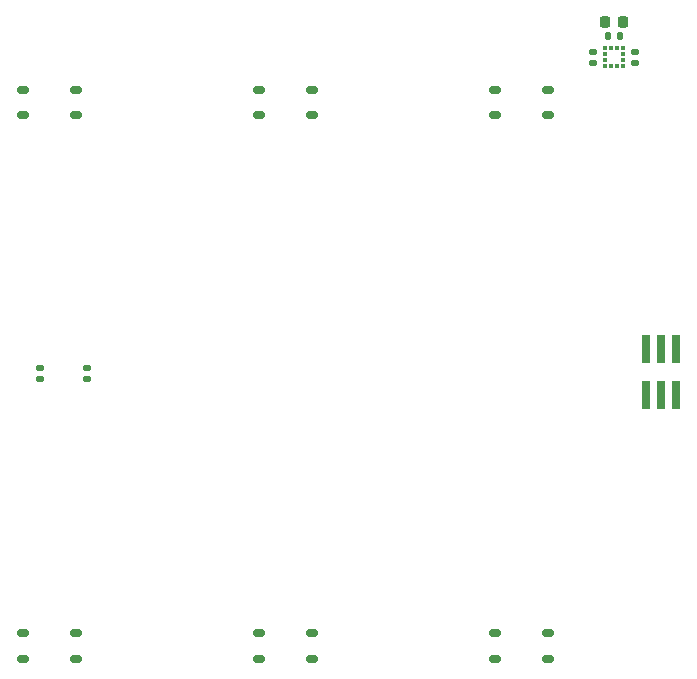
<source format=gbr>
%TF.GenerationSoftware,KiCad,Pcbnew,7.0.2*%
%TF.CreationDate,2023-05-28T21:21:49-04:00*%
%TF.ProjectId,AutoTiller,4175746f-5469-46c6-9c65-722e6b696361,rev?*%
%TF.SameCoordinates,Original*%
%TF.FileFunction,Paste,Bot*%
%TF.FilePolarity,Positive*%
%FSLAX46Y46*%
G04 Gerber Fmt 4.6, Leading zero omitted, Abs format (unit mm)*
G04 Created by KiCad (PCBNEW 7.0.2) date 2023-05-28 21:21:49*
%MOMM*%
%LPD*%
G01*
G04 APERTURE LIST*
G04 Aperture macros list*
%AMRoundRect*
0 Rectangle with rounded corners*
0 $1 Rounding radius*
0 $2 $3 $4 $5 $6 $7 $8 $9 X,Y pos of 4 corners*
0 Add a 4 corners polygon primitive as box body*
4,1,4,$2,$3,$4,$5,$6,$7,$8,$9,$2,$3,0*
0 Add four circle primitives for the rounded corners*
1,1,$1+$1,$2,$3*
1,1,$1+$1,$4,$5*
1,1,$1+$1,$6,$7*
1,1,$1+$1,$8,$9*
0 Add four rect primitives between the rounded corners*
20,1,$1+$1,$2,$3,$4,$5,0*
20,1,$1+$1,$4,$5,$6,$7,0*
20,1,$1+$1,$6,$7,$8,$9,0*
20,1,$1+$1,$8,$9,$2,$3,0*%
G04 Aperture macros list end*
%ADD10RoundRect,0.140000X-0.170000X0.140000X-0.170000X-0.140000X0.170000X-0.140000X0.170000X0.140000X0*%
%ADD11RoundRect,0.140000X0.140000X0.170000X-0.140000X0.170000X-0.140000X-0.170000X0.140000X-0.170000X0*%
%ADD12RoundRect,0.225000X0.225000X0.250000X-0.225000X0.250000X-0.225000X-0.250000X0.225000X-0.250000X0*%
%ADD13R,0.350000X0.375000*%
%ADD14R,0.375000X0.350000*%
%ADD15RoundRect,0.175000X0.325000X0.175000X-0.325000X0.175000X-0.325000X-0.175000X0.325000X-0.175000X0*%
%ADD16RoundRect,0.140000X0.170000X-0.140000X0.170000X0.140000X-0.170000X0.140000X-0.170000X-0.140000X0*%
%ADD17R,0.740000X2.400000*%
G04 APERTURE END LIST*
D10*
%TO.C,C37*%
X189637500Y-92670000D03*
X189637500Y-93630000D03*
%TD*%
%TO.C,C7*%
X143200000Y-119440000D03*
X143200000Y-120400000D03*
%TD*%
D11*
%TO.C,C39*%
X188317500Y-91350000D03*
X187357500Y-91350000D03*
%TD*%
D12*
%TO.C,C41*%
X188612500Y-90150000D03*
X187062500Y-90150000D03*
%TD*%
D13*
%TO.C,U2*%
X188587500Y-93912500D03*
X188087500Y-93912500D03*
X187587500Y-93912500D03*
X187087500Y-93912500D03*
D14*
X187075000Y-93400000D03*
X187075000Y-92900000D03*
D13*
X187087500Y-92387500D03*
X187587500Y-92387500D03*
X188087500Y-92387500D03*
X188587500Y-92387500D03*
D14*
X188600000Y-92900000D03*
X188600000Y-93400000D03*
%TD*%
D15*
%TO.C,SW3*%
X162250000Y-95925000D03*
X157750000Y-95925000D03*
X162250000Y-98075000D03*
X157750000Y-98075000D03*
%TD*%
%TO.C,SW2*%
X142250000Y-141925000D03*
X137750000Y-141925000D03*
X142250000Y-144075000D03*
X137750000Y-144075000D03*
%TD*%
%TO.C,SW7*%
X182250000Y-95925000D03*
X177750000Y-95925000D03*
X182250000Y-98075000D03*
X177750000Y-98075000D03*
%TD*%
D16*
%TO.C,C36*%
X186037500Y-93630000D03*
X186037500Y-92670000D03*
%TD*%
D15*
%TO.C,SW1*%
X142250000Y-95925000D03*
X137750000Y-95925000D03*
X142250000Y-98075000D03*
X137750000Y-98075000D03*
%TD*%
D17*
%TO.C,J2*%
X193070000Y-121750000D03*
X193070000Y-117850000D03*
X191800000Y-121750000D03*
X191800000Y-117850000D03*
X190530000Y-121750000D03*
X190530000Y-117850000D03*
%TD*%
D15*
%TO.C,SW6*%
X182250000Y-141925000D03*
X177750000Y-141925000D03*
X182250000Y-144075000D03*
X177750000Y-144075000D03*
%TD*%
D16*
%TO.C,C6*%
X139200000Y-120400000D03*
X139200000Y-119440000D03*
%TD*%
D15*
%TO.C,SW4*%
X162250000Y-141925000D03*
X157750000Y-141925000D03*
X162250000Y-144075000D03*
X157750000Y-144075000D03*
%TD*%
M02*

</source>
